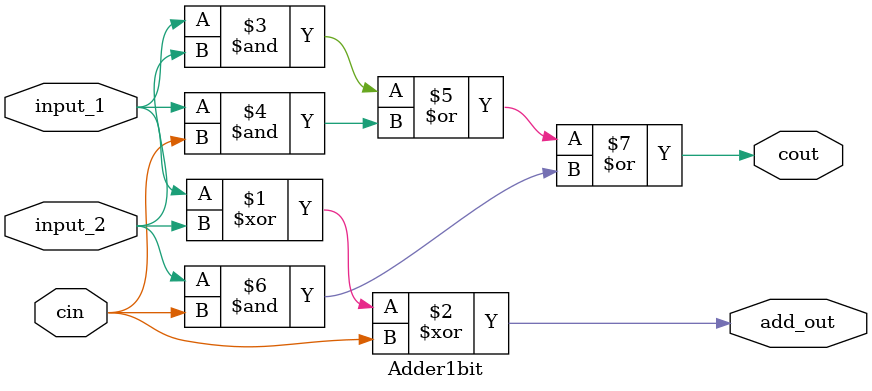
<source format=v>
module rca(
    input [7:0]input_1,
    input [7:0]input_2,
    input cin,
    output [7:0]add_out,
    output cout,
    output add_overflow
    );

    wire connect;

    Adder4bit instance1(.input_1(input_1[3:0]), .input_2(input_2[3:0]), .cout(connect), .add_out(add_out[3:0]), .cin(cin));
    Adder4bit instance2(.input_1(input_1[7:4]), .input_2(input_2[7:4]), .cout(cout), .add_out(add_out[7:4]), .cin(connect));

    assign add_overflow = cout;
endmodule

module Adder4bit(
    input [3:0]input_1,
    input [3:0]input_2,
    input cin,
    output [3:0]add_out,
    output cout
    );

    wire connect1;
    wire connect2;
    wire connect3;

    Adder1bit instance1 (.input_1(input_1[0]), .input_2(input_2[0]), .cout(connect1), .add_out(add_out[0]), .cin(cin));
    Adder1bit instance2 (.input_1(input_1[1]), .input_2(input_2[1]), .cin(connect1), .add_out(add_out[1]), .cout(connect2));
    Adder1bit instance3 (.input_1(input_1[2]), .input_2(input_2[2]), .cin(connect2), .add_out(add_out[2]), .cout(connect3));
    Adder1bit instance4 (.input_1(input_1[3]), .input_2(input_2[3]), .cin(connect3), .add_out(add_out[3]), .cout(cout));

endmodule

module Adder1bit(
    input input_1, input_2, cin,
    output add_out, cout
    );

    assign add_out = input_1 ^ input_2 ^ cin;
    assign cout = input_1 & input_2 | input_1 & cin | input_2 & cin;

endmodule
</source>
